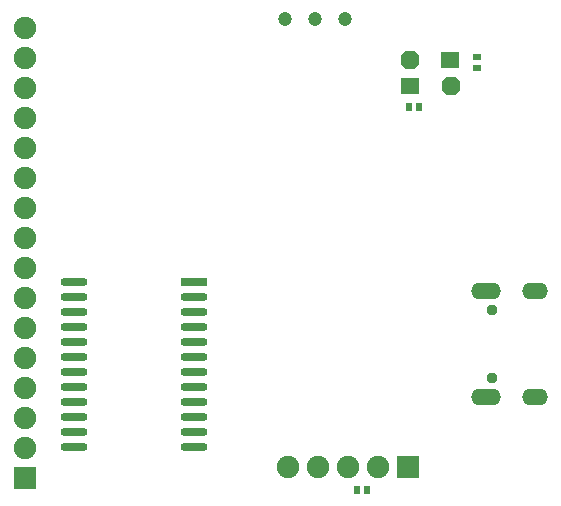
<source format=gbs>
G04*
G04 #@! TF.GenerationSoftware,Altium Limited,Altium Designer,18.1.9 (240)*
G04*
G04 Layer_Color=16711935*
%FSLAX25Y25*%
%MOIN*%
G70*
G01*
G75*
%ADD55R,0.02375X0.02769*%
%ADD73R,0.02769X0.02375*%
G04:AMPARAMS|DCode=81|XSize=63mil|YSize=58mil|CornerRadius=0mil|HoleSize=0mil|Usage=FLASHONLY|Rotation=180.000|XOffset=0mil|YOffset=0mil|HoleType=Round|Shape=Octagon|*
%AMOCTAGOND81*
4,1,8,-0.03150,0.01450,-0.03150,-0.01450,-0.01700,-0.02900,0.01700,-0.02900,0.03150,-0.01450,0.03150,0.01450,0.01700,0.02900,-0.01700,0.02900,-0.03150,0.01450,0.0*
%
%ADD81OCTAGOND81*%

%ADD82R,0.06300X0.05800*%
%ADD86R,0.07493X0.07493*%
%ADD87C,0.07493*%
%ADD88O,0.09855X0.05524*%
%ADD89O,0.08674X0.05524*%
%ADD90C,0.03753*%
%ADD91R,0.07493X0.07493*%
%ADD103R,0.09068X0.02965*%
%ADD104O,0.09068X0.02965*%
%ADD105C,0.04737*%
D55*
X56871Y-80400D02*
D03*
X53525D02*
D03*
X39571Y-208000D02*
D03*
X36225D02*
D03*
D73*
X76200Y-67247D02*
D03*
Y-63900D02*
D03*
D81*
X53800Y-64800D02*
D03*
X67600Y-73300D02*
D03*
D82*
X67300Y-64800D02*
D03*
X54100Y-73300D02*
D03*
D86*
X53200Y-200300D02*
D03*
D87*
X43200D02*
D03*
X33200D02*
D03*
X23200D02*
D03*
X13200D02*
D03*
X-74500Y-74000D02*
D03*
Y-94000D02*
D03*
Y-134000D02*
D03*
Y-144000D02*
D03*
Y-164000D02*
D03*
Y-194000D02*
D03*
Y-184000D02*
D03*
Y-174000D02*
D03*
Y-154000D02*
D03*
Y-124000D02*
D03*
Y-114000D02*
D03*
Y-104000D02*
D03*
Y-84000D02*
D03*
Y-64000D02*
D03*
Y-54000D02*
D03*
D88*
X79206Y-177017D02*
D03*
X79206Y-141584D02*
D03*
D89*
X95545Y-141583D02*
D03*
X95545Y-177016D02*
D03*
D90*
X81175Y-147922D02*
D03*
Y-170677D02*
D03*
D91*
X-74500Y-204000D02*
D03*
D103*
X-18118Y-138700D02*
D03*
D104*
Y-143700D02*
D03*
Y-148700D02*
D03*
X-18118Y-153700D02*
D03*
X-18118Y-158700D02*
D03*
Y-163700D02*
D03*
Y-168700D02*
D03*
Y-173700D02*
D03*
X-18118Y-178700D02*
D03*
X-18118Y-183700D02*
D03*
X-57882Y-158700D02*
D03*
Y-163700D02*
D03*
Y-168700D02*
D03*
Y-173700D02*
D03*
X-57882Y-178700D02*
D03*
X-57882Y-183700D02*
D03*
Y-188700D02*
D03*
Y-193700D02*
D03*
X-18118D02*
D03*
Y-188700D02*
D03*
X-57882Y-138700D02*
D03*
Y-143700D02*
D03*
Y-148700D02*
D03*
X-57882Y-153700D02*
D03*
D105*
X12206Y-51000D02*
D03*
D03*
X22206D02*
D03*
X32206D02*
D03*
M02*

</source>
